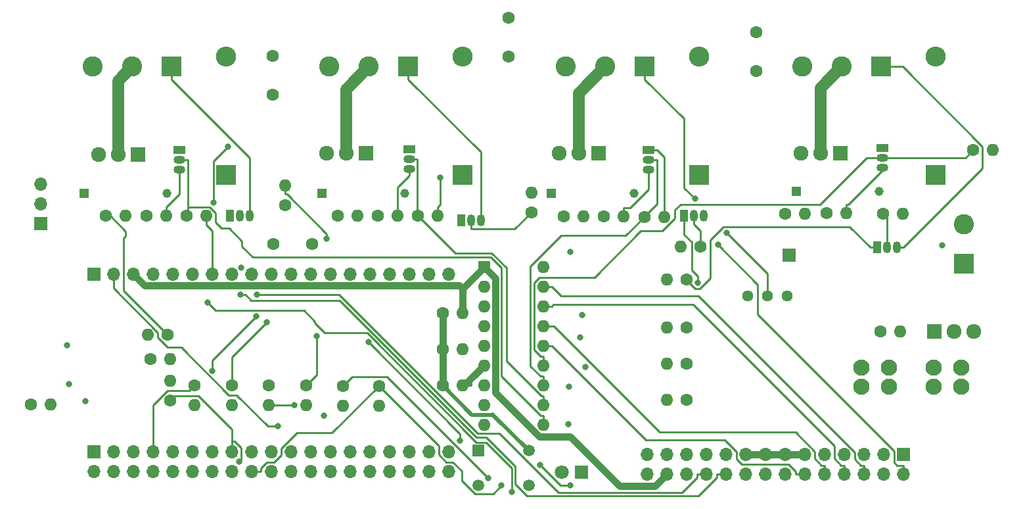
<source format=gbr>
%TF.GenerationSoftware,KiCad,Pcbnew,7.0.1*%
%TF.CreationDate,2023-06-01T20:04:05-07:00*%
%TF.ProjectId,MakeItRain,4d616b65-4974-4526-9169-6e2e6b696361,rev?*%
%TF.SameCoordinates,Original*%
%TF.FileFunction,Copper,L3,Inr*%
%TF.FilePolarity,Positive*%
%FSLAX46Y46*%
G04 Gerber Fmt 4.6, Leading zero omitted, Abs format (unit mm)*
G04 Created by KiCad (PCBNEW 7.0.1) date 2023-06-01 20:04:05*
%MOMM*%
%LPD*%
G01*
G04 APERTURE LIST*
%TA.AperFunction,ComponentPad*%
%ADD10C,1.600000*%
%TD*%
%TA.AperFunction,ComponentPad*%
%ADD11R,2.600000X2.600000*%
%TD*%
%TA.AperFunction,ComponentPad*%
%ADD12O,2.600000X2.600000*%
%TD*%
%TA.AperFunction,ComponentPad*%
%ADD13R,1.800000X1.800000*%
%TD*%
%TA.AperFunction,ComponentPad*%
%ADD14C,1.800000*%
%TD*%
%TA.AperFunction,ComponentPad*%
%ADD15R,1.700000X1.700000*%
%TD*%
%TA.AperFunction,ComponentPad*%
%ADD16O,1.700000X1.700000*%
%TD*%
%TA.AperFunction,ComponentPad*%
%ADD17C,2.600000*%
%TD*%
%TA.AperFunction,ComponentPad*%
%ADD18R,1.920000X1.920000*%
%TD*%
%TA.AperFunction,ComponentPad*%
%ADD19C,1.920000*%
%TD*%
%TA.AperFunction,ComponentPad*%
%ADD20R,1.150000X1.150000*%
%TD*%
%TA.AperFunction,ComponentPad*%
%ADD21C,1.150000*%
%TD*%
%TA.AperFunction,ComponentPad*%
%ADD22O,1.600000X1.600000*%
%TD*%
%TA.AperFunction,ComponentPad*%
%ADD23R,1.500000X1.050000*%
%TD*%
%TA.AperFunction,ComponentPad*%
%ADD24O,1.500000X1.050000*%
%TD*%
%TA.AperFunction,ComponentPad*%
%ADD25C,1.440000*%
%TD*%
%TA.AperFunction,ComponentPad*%
%ADD26R,1.050000X1.500000*%
%TD*%
%TA.AperFunction,ComponentPad*%
%ADD27O,1.050000X1.500000*%
%TD*%
%TA.AperFunction,ComponentPad*%
%ADD28R,1.600000X1.600000*%
%TD*%
%TA.AperFunction,ComponentPad*%
%ADD29R,1.500000X1.500000*%
%TD*%
%TA.AperFunction,ComponentPad*%
%ADD30C,1.500000*%
%TD*%
%TA.AperFunction,ComponentPad*%
%ADD31C,2.100000*%
%TD*%
%TA.AperFunction,ViaPad*%
%ADD32C,0.800000*%
%TD*%
%TA.AperFunction,Conductor*%
%ADD33C,0.250000*%
%TD*%
%TA.AperFunction,Conductor*%
%ADD34C,1.524000*%
%TD*%
%TA.AperFunction,Conductor*%
%ADD35C,0.889000*%
%TD*%
%TA.AperFunction,Conductor*%
%ADD36C,0.508000*%
%TD*%
G04 APERTURE END LIST*
D10*
%TO.N,/InputIsolation/2in*%
%TO.C,C2*%
X89109000Y-69659700D03*
%TO.N,GND*%
X89109000Y-74659700D03*
%TD*%
%TO.N,/InputIsolation/3in*%
%TO.C,C3*%
X119449600Y-64825000D03*
%TO.N,GND*%
X119449600Y-69825000D03*
%TD*%
%TO.N,/InputIsolation/4in*%
%TO.C,C4*%
X151357900Y-66638300D03*
%TO.N,GND*%
X151357900Y-71638300D03*
%TD*%
D11*
%TO.N,/Zone1IO/ZoneOutput*%
%TO.C,D3*%
X83061000Y-85060000D03*
D12*
%TO.N,GND*%
X83061000Y-69820000D03*
%TD*%
D11*
%TO.N,/Zone2IO/ZoneOutput*%
%TO.C,D5*%
X113541000Y-85060000D03*
D12*
%TO.N,GND*%
X113541000Y-69820000D03*
%TD*%
D11*
%TO.N,/Zone4IO/ZoneOutput*%
%TO.C,D7*%
X174501000Y-85060000D03*
D12*
%TO.N,GND*%
X174501000Y-69820000D03*
%TD*%
D11*
%TO.N,/Zone3IO/ZoneOutput*%
%TO.C,D9*%
X144021000Y-85060000D03*
D12*
%TO.N,GND*%
X144021000Y-69820000D03*
%TD*%
D13*
%TO.N,Net-(D1-K)*%
%TO.C,D1*%
X128872900Y-123268200D03*
D14*
%TO.N,D27*%
X126332900Y-123268200D03*
%TD*%
D15*
%TO.N,+3V3*%
%TO.C,J2*%
X66040000Y-120650000D03*
D16*
X66040000Y-123190000D03*
%TO.N,EN*%
X68580000Y-120650000D03*
X68580000Y-123190000D03*
%TO.N,D36*%
X71120000Y-120650000D03*
X71120000Y-123190000D03*
%TO.N,D39*%
X73660000Y-120650000D03*
X73660000Y-123190000D03*
%TO.N,D34*%
X76200000Y-120650000D03*
X76200000Y-123190000D03*
%TO.N,D35*%
X78740000Y-120650000D03*
X78740000Y-123190000D03*
%TO.N,D32*%
X81280000Y-120650000D03*
X81280000Y-123190000D03*
%TO.N,D33*%
X83820000Y-120650000D03*
X83820000Y-123190000D03*
%TO.N,D25*%
X86360000Y-120650000D03*
X86360000Y-123190000D03*
%TO.N,D26*%
X88900000Y-120650000D03*
X88900000Y-123190000D03*
%TO.N,D27*%
X91440000Y-120650000D03*
X91440000Y-123190000D03*
%TO.N,D14*%
X93980000Y-120650000D03*
X93980000Y-123190000D03*
%TO.N,D12*%
X96520000Y-120650000D03*
X96520000Y-123190000D03*
%TO.N,GND*%
X99060000Y-120650000D03*
X99060000Y-123190000D03*
%TO.N,unconnected-(J2-Pin_29-Pad29)*%
X101600000Y-120650000D03*
%TO.N,unconnected-(J2-Pin_30-Pad30)*%
X101600000Y-123190000D03*
%TO.N,unconnected-(J2-Pin_31-Pad31)*%
X104140000Y-120650000D03*
%TO.N,unconnected-(J2-Pin_32-Pad32)*%
X104140000Y-123190000D03*
%TO.N,unconnected-(J2-Pin_33-Pad33)*%
X106680000Y-120650000D03*
%TO.N,unconnected-(J2-Pin_34-Pad34)*%
X106680000Y-123190000D03*
%TO.N,unconnected-(J2-Pin_35-Pad35)*%
X109220000Y-120650000D03*
%TO.N,unconnected-(J2-Pin_36-Pad36)*%
X109220000Y-123190000D03*
%TO.N,Net-(J2-Pin_37)*%
X111760000Y-120650000D03*
X111760000Y-123190000D03*
%TD*%
D15*
%TO.N,GND*%
%TO.C,J3*%
X66040000Y-97790000D03*
D16*
%TO.N,D23*%
X68580000Y-97790000D03*
%TO.N,D22*%
X71120000Y-97790000D03*
%TO.N,TX*%
X73660000Y-97790000D03*
%TO.N,RX*%
X76200000Y-97790000D03*
%TO.N,D21*%
X78740000Y-97790000D03*
%TO.N,GND*%
X81280000Y-97790000D03*
%TO.N,D19*%
X83820000Y-97790000D03*
%TO.N,D18*%
X86360000Y-97790000D03*
%TO.N,D5*%
X88900000Y-97790000D03*
%TO.N,D17*%
X91440000Y-97790000D03*
%TO.N,D16*%
X93980000Y-97790000D03*
%TO.N,D4*%
X96520000Y-97790000D03*
%TO.N,D0*%
X99060000Y-97790000D03*
%TO.N,D2*%
X101600000Y-97790000D03*
%TO.N,D15*%
X104140000Y-97790000D03*
%TO.N,/SD1*%
X106680000Y-97790000D03*
%TO.N,/SDD*%
X109220000Y-97790000D03*
%TO.N,/CLK*%
X111760000Y-97790000D03*
%TD*%
D11*
%TO.N,Net-(P1-Pin_1)*%
%TO.C,P1*%
X178125700Y-96457800D03*
D17*
%TO.N,GND*%
X178125700Y-91377800D03*
%TD*%
D18*
%TO.N,Net-(Q3-Pad1)*%
%TO.C,Q3*%
X71689700Y-82379600D03*
D19*
%TO.N,/Zone1IO/ZoneOutput*%
X69149700Y-82379600D03*
%TO.N,+VDC*%
X66609700Y-82379600D03*
%TD*%
D18*
%TO.N,Net-(Q6-Pad1)*%
%TO.C,Q6*%
X101108600Y-82267600D03*
D19*
%TO.N,/Zone2IO/ZoneOutput*%
X98568600Y-82267600D03*
%TO.N,+VDC*%
X96028600Y-82267600D03*
%TD*%
D18*
%TO.N,Net-(Q9-Pad1)*%
%TO.C,Q9*%
X131085700Y-82267600D03*
D19*
%TO.N,/Zone3IO/ZoneOutput*%
X128545700Y-82267600D03*
%TO.N,+VDC*%
X126005700Y-82267600D03*
%TD*%
D18*
%TO.N,Net-(Q12-Pad1)*%
%TO.C,Q12*%
X162229200Y-82267600D03*
D19*
%TO.N,/Zone4IO/ZoneOutput*%
X159689200Y-82267600D03*
%TO.N,+VDC*%
X157149200Y-82267600D03*
%TD*%
D18*
%TO.N,Net-(Q13-Pad1)*%
%TO.C,Q13*%
X174341600Y-105164100D03*
D19*
%TO.N,Net-(P1-Pin_1)*%
X176881600Y-105164100D03*
%TO.N,Net-(Q13-Pad3)*%
X179421600Y-105164100D03*
%TD*%
D11*
%TO.N,/InputIsolation/2in*%
%TO.C,Z2*%
X106556000Y-71090000D03*
D17*
%TO.N,/Zone2IO/ZoneOutput*%
X101476000Y-71090000D03*
%TO.N,GND*%
X96396000Y-71090000D03*
%TD*%
D11*
%TO.N,/InputIsolation/3in*%
%TO.C,Z3*%
X137036000Y-71090000D03*
D17*
%TO.N,/Zone3IO/ZoneOutput*%
X131956000Y-71090000D03*
%TO.N,GND*%
X126876000Y-71090000D03*
%TD*%
D11*
%TO.N,/InputIsolation/4in*%
%TO.C,Z4*%
X167516000Y-71090000D03*
D17*
%TO.N,/Zone4IO/ZoneOutput*%
X162436000Y-71090000D03*
%TO.N,GND*%
X157356000Y-71090000D03*
%TD*%
D11*
%TO.N,/InputIsolation/1in*%
%TO.C,Z1*%
X76076000Y-71090000D03*
D17*
%TO.N,/Zone1IO/ZoneOutput*%
X70996000Y-71090000D03*
%TO.N,GND*%
X65916000Y-71090000D03*
%TD*%
D15*
%TO.N,+VDC*%
%TO.C,J1*%
X170349000Y-121042300D03*
D16*
%TO.N,TX*%
X170349000Y-123582300D03*
%TO.N,+VDC*%
X167809000Y-121042300D03*
%TO.N,RX*%
X167809000Y-123582300D03*
%TO.N,+VDC*%
X165269000Y-121042300D03*
%TO.N,Z8*%
X165269000Y-123582300D03*
%TO.N,+VDC*%
X162729000Y-121042300D03*
%TO.N,Z7*%
X162729000Y-123582300D03*
%TO.N,+VDC*%
X160189000Y-121042300D03*
%TO.N,Z6*%
X160189000Y-123582300D03*
%TO.N,+3V3*%
X157649000Y-121042300D03*
%TO.N,Z5*%
X157649000Y-123582300D03*
%TO.N,+3V3*%
X155109000Y-121042300D03*
%TO.N,D26*%
X155109000Y-123582300D03*
%TO.N,+3V3*%
X152569000Y-121042300D03*
%TO.N,D23*%
X152569000Y-123582300D03*
%TO.N,+3V3*%
X150029000Y-121042300D03*
%TO.N,D19*%
X150029000Y-123582300D03*
%TO.N,GND*%
X147489000Y-121042300D03*
%TO.N,D18*%
X147489000Y-123582300D03*
%TO.N,GND*%
X144949000Y-121042300D03*
%TO.N,D17*%
X144949000Y-123582300D03*
%TO.N,GND*%
X142409000Y-121042300D03*
%TO.N,D16*%
X142409000Y-123582300D03*
%TO.N,GND*%
X139869000Y-121042300D03*
%TO.N,D22*%
X139869000Y-123582300D03*
%TO.N,GND*%
X137329000Y-121042300D03*
%TO.N,D21*%
X137329000Y-123582300D03*
%TD*%
D20*
%TO.N,+VDC*%
%TO.C,Z5*%
X64792500Y-87395400D03*
D21*
%TO.N,Net-(Q3-Pad1)*%
X75492500Y-87395400D03*
%TD*%
D20*
%TO.N,+VDC*%
%TO.C,Z6*%
X95418500Y-87436000D03*
D21*
%TO.N,Net-(Q6-Pad1)*%
X106118500Y-87436000D03*
%TD*%
D20*
%TO.N,+VDC*%
%TO.C,Z8*%
X156564300Y-87104200D03*
D21*
%TO.N,Net-(Q12-Pad1)*%
X167264300Y-87104200D03*
%TD*%
D10*
%TO.N,+VDC*%
%TO.C,R23*%
X75572300Y-105627200D03*
D22*
%TO.N,Net-(IC1-+IN_A)*%
X73032300Y-105627200D03*
%TD*%
D10*
%TO.N,D36*%
%TO.C,R31*%
X83822200Y-112140600D03*
D22*
%TO.N,GND*%
X83822200Y-114680600D03*
%TD*%
D10*
%TO.N,Net-(Q9-Pad1)*%
%TO.C,R16*%
X131777400Y-90385900D03*
D22*
%TO.N,Net-(Q8-D)*%
X134317400Y-90385900D03*
%TD*%
D23*
%TO.N,GND*%
%TO.C,Q2*%
X77074800Y-81816600D03*
D24*
%TO.N,Z1*%
X77074800Y-83086600D03*
%TO.N,Net-(Q2-D)*%
X77074800Y-84356600D03*
%TD*%
D10*
%TO.N,Net-(IC1-+IN_A)*%
%TO.C,R24*%
X73376700Y-108765100D03*
D22*
%TO.N,GND*%
X75916700Y-108765100D03*
%TD*%
D25*
%TO.N,AuxVoltage*%
%TO.C,RV1*%
X150281700Y-100622000D03*
%TO.N,Net-(IC1-+INB)*%
X152821700Y-100622000D03*
%TO.N,GND*%
X155361700Y-100622000D03*
%TD*%
D15*
%TO.N,AuxVoltage*%
%TO.C,J4*%
X155598900Y-95333800D03*
%TD*%
D26*
%TO.N,Net-(Q17-D)*%
%TO.C,Q17*%
X166969300Y-94364700D03*
D27*
%TO.N,Net-(Q17-G)*%
X168239300Y-94364700D03*
%TO.N,/InputIsolation/4in*%
X169509300Y-94364700D03*
%TD*%
D10*
%TO.N,+VDC*%
%TO.C,R15*%
X126614500Y-90392400D03*
D22*
%TO.N,Net-(Q9-Pad1)*%
X129154500Y-90392400D03*
%TD*%
D10*
%TO.N,Net-(Q17-D)*%
%TO.C,R42*%
X142407900Y-98464700D03*
D22*
%TO.N,Net-(IC2-A_4)*%
X139867900Y-98464700D03*
%TD*%
D15*
%TO.N,+VDC*%
%TO.C,J5*%
X59207700Y-91310200D03*
D16*
%TO.N,+3V3*%
X59207700Y-88770200D03*
%TO.N,GND*%
X59207700Y-86230200D03*
%TD*%
D10*
%TO.N,Net-(D1-K)*%
%TO.C,R4*%
X98113700Y-112207200D03*
D22*
%TO.N,GND*%
X98113700Y-114747200D03*
%TD*%
D10*
%TO.N,Z4*%
%TO.C,R18*%
X179350700Y-81833100D03*
D22*
%TO.N,GND*%
X181890700Y-81833100D03*
%TD*%
D10*
%TO.N,Net-(Q16-D)*%
%TO.C,R29*%
X142407900Y-104638100D03*
D22*
%TO.N,Net-(IC2-A_3)*%
X139867900Y-104638100D03*
%TD*%
D26*
%TO.N,Net-(Q15-D)*%
%TO.C,Q15*%
X113342900Y-90892300D03*
D27*
%TO.N,Net-(Q15-G)*%
X114612900Y-90892300D03*
%TO.N,/InputIsolation/2in*%
X115882900Y-90892300D03*
%TD*%
D10*
%TO.N,D33*%
%TO.C,R25*%
X75859900Y-114068500D03*
D22*
%TO.N,GND*%
X75859900Y-111528500D03*
%TD*%
D10*
%TO.N,Net-(Q14-D)*%
%TO.C,R40*%
X142407900Y-113984100D03*
D22*
%TO.N,Net-(IC2-A_1)*%
X139867900Y-113984100D03*
%TD*%
D10*
%TO.N,D35*%
%TO.C,R33*%
X93402900Y-112140600D03*
D22*
%TO.N,GND*%
X93402900Y-114680600D03*
%TD*%
D10*
%TO.N,Z3*%
%TO.C,R14*%
X136973400Y-90405200D03*
D22*
%TO.N,GND*%
X139513400Y-90405200D03*
%TD*%
D23*
%TO.N,GND*%
%TO.C,Q11*%
X167687500Y-81543000D03*
D24*
%TO.N,Z4*%
X167687500Y-82813000D03*
%TO.N,Net-(Q11-D)*%
X167687500Y-84083000D03*
%TD*%
D10*
%TO.N,Net-(Q15-D)*%
%TO.C,R27*%
X142407900Y-109312000D03*
D22*
%TO.N,Net-(IC2-A_2)*%
X139867900Y-109312000D03*
%TD*%
D28*
%TO.N,D22*%
%TO.C,U1*%
X116307900Y-96853800D03*
D22*
%TO.N,D21*%
X116307900Y-99393800D03*
%TO.N,GND*%
X116307900Y-101933800D03*
X116307900Y-104473800D03*
X116307900Y-107013800D03*
%TO.N,Net-(U1-~{RESET})*%
X116307900Y-109553800D03*
%TO.N,unconnected-(U1-NC-Pad7)*%
X116307900Y-112093800D03*
%TO.N,unconnected-(U1-INT-Pad8)*%
X116307900Y-114633800D03*
%TO.N,GND*%
X116307900Y-117173800D03*
%TO.N,Z1*%
X123927900Y-117173800D03*
%TO.N,Z2*%
X123927900Y-114633800D03*
%TO.N,Z3*%
X123927900Y-112093800D03*
%TO.N,Z4*%
X123927900Y-109553800D03*
%TO.N,Z5*%
X123927900Y-107013800D03*
%TO.N,Z6*%
X123927900Y-104473800D03*
%TO.N,Z7*%
X123927900Y-101933800D03*
%TO.N,Z8*%
X123927900Y-99393800D03*
%TO.N,+3V3*%
X123927900Y-96853800D03*
%TD*%
D29*
%TO.N,unconnected-(S1-NO_1-Pad1)*%
%TO.C,S1*%
X115616200Y-120523800D03*
D30*
%TO.N,+3V3*%
X122116200Y-120523800D03*
%TO.N,unconnected-(S1-COM_1-Pad3)*%
X115616200Y-125023800D03*
%TO.N,D25*%
X122116200Y-125023800D03*
%TD*%
D10*
%TO.N,Net-(Q14-G)*%
%TO.C,R39*%
X90678000Y-88920900D03*
D22*
%TO.N,GND*%
X90678000Y-86380900D03*
%TD*%
D26*
%TO.N,Net-(Q14-D)*%
%TO.C,Q14*%
X83603600Y-90279500D03*
D27*
%TO.N,Net-(Q14-G)*%
X84873600Y-90279500D03*
%TO.N,/InputIsolation/1in*%
X86143600Y-90279500D03*
%TD*%
D10*
%TO.N,Z1*%
%TO.C,R6*%
X77976900Y-90313600D03*
D22*
%TO.N,GND*%
X80516900Y-90313600D03*
%TD*%
D10*
%TO.N,+VDC*%
%TO.C,R11*%
X97428100Y-90313600D03*
D22*
%TO.N,Net-(Q6-Pad1)*%
X99968100Y-90313600D03*
%TD*%
D10*
%TO.N,+VDC*%
%TO.C,R7*%
X67592100Y-90313600D03*
D22*
%TO.N,Net-(Q3-Pad1)*%
X70132100Y-90313600D03*
%TD*%
D10*
%TO.N,+3V3*%
%TO.C,R37*%
X110974300Y-107478900D03*
D22*
%TO.N,D21*%
X113514300Y-107478900D03*
%TD*%
D31*
%TO.N,+VDC*%
%TO.C,U2*%
X164978400Y-112300500D03*
X168478400Y-112300500D03*
%TO.N,Net-(Q13-Pad3)*%
X174278400Y-112300500D03*
X177778400Y-112300500D03*
X177778400Y-109800500D03*
X174278400Y-109800500D03*
%TO.N,+VDC*%
X168478400Y-109800500D03*
X164978400Y-109800500D03*
%TD*%
D10*
%TO.N,Net-(Q15-G)*%
%TO.C,R26*%
X122404600Y-89835700D03*
D22*
%TO.N,GND*%
X122404600Y-87295700D03*
%TD*%
D10*
%TO.N,+3V3*%
%TO.C,R36*%
X110974300Y-112149500D03*
D22*
%TO.N,Net-(U1-~{RESET})*%
X113514300Y-112149500D03*
%TD*%
D10*
%TO.N,Net-(Q3-Pad1)*%
%TO.C,R8*%
X72798600Y-90313600D03*
D22*
%TO.N,Net-(Q2-D)*%
X75338600Y-90313600D03*
%TD*%
D23*
%TO.N,GND*%
%TO.C,Q8*%
X137542600Y-81822900D03*
D24*
%TO.N,Z3*%
X137542600Y-83092900D03*
%TO.N,Net-(Q8-D)*%
X137542600Y-84362900D03*
%TD*%
D23*
%TO.N,GND*%
%TO.C,Q5*%
X106673400Y-81749200D03*
D24*
%TO.N,Z2*%
X106673400Y-83019200D03*
%TO.N,Net-(Q5-D)*%
X106673400Y-84289200D03*
%TD*%
D10*
%TO.N,Net-(Q17-G)*%
%TO.C,R41*%
X167722300Y-90027800D03*
D22*
%TO.N,GND*%
X170262300Y-90027800D03*
%TD*%
D10*
%TO.N,Net-(Q13-Pad1)*%
%TO.C,R21*%
X167425100Y-105167700D03*
D22*
%TO.N,GND*%
X169965100Y-105167700D03*
%TD*%
D10*
%TO.N,/InputIsolation/1in*%
%TO.C,C1*%
X89195800Y-93955100D03*
%TO.N,GND*%
X94195800Y-93955100D03*
%TD*%
%TO.N,D25*%
%TO.C,R3*%
X102762800Y-112161900D03*
D22*
%TO.N,GND*%
X102762800Y-114701900D03*
%TD*%
D10*
%TO.N,D39*%
%TO.C,R30*%
X79031800Y-112140600D03*
D22*
%TO.N,GND*%
X79031800Y-114680600D03*
%TD*%
D10*
%TO.N,Net-(Q6-Pad1)*%
%TO.C,R12*%
X102602700Y-90291400D03*
D22*
%TO.N,Net-(Q5-D)*%
X105142700Y-90291400D03*
%TD*%
D10*
%TO.N,Net-(Q16-G)*%
%TO.C,R28*%
X144200900Y-94255400D03*
D22*
%TO.N,GND*%
X141660900Y-94255400D03*
%TD*%
D10*
%TO.N,Net-(Q12-Pad1)*%
%TO.C,R20*%
X160459300Y-89971000D03*
D22*
%TO.N,Net-(Q11-D)*%
X162999300Y-89971000D03*
%TD*%
D10*
%TO.N,+VDC*%
%TO.C,R19*%
X155096800Y-90020800D03*
D22*
%TO.N,Net-(Q12-Pad1)*%
X157636800Y-90020800D03*
%TD*%
D10*
%TO.N,Z2*%
%TO.C,R10*%
X107804100Y-90285900D03*
D22*
%TO.N,GND*%
X110344100Y-90285900D03*
%TD*%
D10*
%TO.N,D34*%
%TO.C,R32*%
X88612600Y-112140600D03*
D22*
%TO.N,GND*%
X88612600Y-114680600D03*
%TD*%
D20*
%TO.N,+VDC*%
%TO.C,Z7*%
X124968600Y-87436000D03*
D21*
%TO.N,Net-(Q9-Pad1)*%
X135668600Y-87436000D03*
%TD*%
D10*
%TO.N,+3V3*%
%TO.C,R38*%
X110974300Y-102808300D03*
D22*
%TO.N,D22*%
X113514300Y-102808300D03*
%TD*%
D10*
%TO.N,D32*%
%TO.C,R34*%
X57889400Y-114568900D03*
D22*
%TO.N,GND*%
X60429400Y-114568900D03*
%TD*%
D26*
%TO.N,Net-(Q16-D)*%
%TO.C,Q16*%
X142102800Y-90291000D03*
D27*
%TO.N,Net-(Q16-G)*%
X143372800Y-90291000D03*
%TO.N,/InputIsolation/3in*%
X144642800Y-90291000D03*
%TD*%
D32*
%TO.N,GND*%
X129390000Y-109740000D03*
X110681000Y-85364200D03*
X83300600Y-81350100D03*
X81460100Y-88612300D03*
X91871500Y-114680600D03*
X96062800Y-93214800D03*
X175398000Y-94105800D03*
%TO.N,+3V3*%
X64952200Y-114151600D03*
%TO.N,Net-(Q14-D)*%
X85031000Y-96930500D03*
%TO.N,/InputIsolation/3in*%
X143499500Y-88098900D03*
%TO.N,D39*%
X127444600Y-94963500D03*
X81309600Y-110235600D03*
X86992000Y-103236800D03*
%TO.N,Net-(Q16-D)*%
X143833900Y-98940900D03*
%TO.N,D36*%
X88320900Y-103977000D03*
X128993000Y-103059000D03*
%TO.N,D23*%
X89762800Y-117396000D03*
%TO.N,D19*%
X80741100Y-101478000D03*
X119870000Y-125819000D03*
%TO.N,Net-(IC1-+INB)*%
X62580600Y-106960000D03*
X147554000Y-92434500D03*
%TO.N,D18*%
X84955500Y-100441000D03*
%TO.N,D35*%
X94763800Y-105802900D03*
X128735300Y-105938600D03*
%TO.N,D32*%
X62842900Y-111931000D03*
%TO.N,TX*%
X146448000Y-94037500D03*
%TO.N,D34*%
X127222690Y-117120863D03*
X127240596Y-112303811D03*
X95682871Y-116052931D03*
%TO.N,D17*%
X87086200Y-100467000D03*
%TO.N,D16*%
X127416000Y-125023000D03*
X113240000Y-119240000D03*
X123531000Y-122380000D03*
X101409000Y-106528000D03*
%TO.N,Net-(D1-K)*%
X116821000Y-124038000D03*
%TO.N,D33*%
X84764700Y-121920000D03*
%TO.N,D25*%
X118582000Y-125024000D03*
%TD*%
D33*
%TO.N,GND*%
X83300600Y-81350100D02*
X81435800Y-83214900D01*
X90678000Y-86380900D02*
X90678000Y-87506000D01*
X110344100Y-89442000D02*
X110344100Y-90285900D01*
X110344000Y-89441900D02*
X110344100Y-89442000D01*
X110681000Y-85364200D02*
X110681000Y-88823500D01*
X90959300Y-87506000D02*
X96062800Y-92609500D01*
X139513000Y-89340700D02*
X139513000Y-89695500D01*
X80516900Y-90313600D02*
X80516900Y-91438700D01*
X81435800Y-83214900D02*
X81435800Y-88588000D01*
X88612600Y-114680600D02*
X91871500Y-114680600D01*
X110344000Y-89160600D02*
X110344000Y-89441900D01*
X90678000Y-87506000D02*
X90959300Y-87506000D01*
X137543000Y-81822900D02*
X138618000Y-81822900D01*
X81280000Y-92201800D02*
X81280000Y-97790000D01*
X96062800Y-92609500D02*
X96062800Y-93214800D01*
X139513400Y-89341100D02*
X139513400Y-90405200D01*
X110344000Y-89441900D02*
X110344000Y-89723200D01*
X139513000Y-89340700D02*
X139513400Y-89341100D01*
X81435800Y-88588000D02*
X81460100Y-88612300D01*
X110681000Y-88823500D02*
X110344000Y-89160600D01*
X138618000Y-81822900D02*
X139513000Y-82718400D01*
X80516900Y-91438700D02*
X81280000Y-92201800D01*
X139513000Y-82718400D02*
X139513000Y-89340700D01*
%TO.N,+VDC*%
X69903700Y-93173800D02*
X70152000Y-92925500D01*
X75572300Y-105627000D02*
X69903700Y-99958600D01*
X70152000Y-92324700D02*
X68140900Y-90313600D01*
X69903700Y-99958600D02*
X69903700Y-93173800D01*
X70152000Y-92925500D02*
X70152000Y-92324700D01*
D34*
%TO.N,/Zone1IO/ZoneOutput*%
X69149700Y-72936300D02*
X70996000Y-71090000D01*
X69149700Y-82379600D02*
X69149700Y-72936300D01*
%TO.N,/Zone2IO/ZoneOutput*%
X98568600Y-73997400D02*
X101476000Y-71090000D01*
X98568600Y-82267600D02*
X98568600Y-73997400D01*
%TO.N,/Zone4IO/ZoneOutput*%
X159689000Y-81740800D02*
X159689000Y-81214100D01*
X159689000Y-73836800D02*
X162436000Y-71090000D01*
X159689000Y-80160200D02*
X159689000Y-80160000D01*
D33*
X159689000Y-80160200D02*
X159689000Y-81213900D01*
D34*
X159689000Y-81213900D02*
X159689000Y-80160200D01*
D33*
X159689000Y-78052400D02*
X159689000Y-80160000D01*
D34*
X159689000Y-82004200D02*
X159689000Y-81872500D01*
X159689000Y-80160000D02*
X159689000Y-78052400D01*
D33*
X159689000Y-78052200D02*
X159689000Y-78052400D01*
D34*
X159689000Y-81214100D02*
X159689000Y-81213900D01*
X159689000Y-78052200D02*
X159689000Y-73836800D01*
X159689000Y-81872500D02*
X159689000Y-81740800D01*
X159689000Y-78052400D02*
X159689000Y-78052200D01*
D33*
X159689000Y-81213900D02*
X159689000Y-81214100D01*
X159689000Y-80160000D02*
X159689000Y-80160200D01*
X159689000Y-81214100D02*
X159689000Y-81740800D01*
D34*
%TO.N,/Zone3IO/ZoneOutput*%
X128546000Y-82146300D02*
X128546000Y-81964300D01*
D33*
X128546000Y-81296900D02*
X128546000Y-81297200D01*
X128546000Y-81297200D02*
X128546000Y-81782400D01*
D34*
X128546000Y-81964300D02*
X128546000Y-81782400D01*
D33*
X128546000Y-78383900D02*
X128546000Y-78384200D01*
X128546000Y-80326200D02*
X128546000Y-81296900D01*
D34*
X128546000Y-80325900D02*
X128546000Y-78384200D01*
D33*
X128546000Y-80325900D02*
X128546000Y-80326200D01*
D34*
X128546000Y-78383900D02*
X128546000Y-74500300D01*
X128546000Y-78384200D02*
X128546000Y-78383900D01*
X128546000Y-74500300D02*
X131956000Y-71090000D01*
X128546000Y-81782400D02*
X128546000Y-81297200D01*
D33*
X128546000Y-78384200D02*
X128546000Y-80325900D01*
D34*
X128546000Y-81296900D02*
X128546000Y-80326200D01*
X128546000Y-80326200D02*
X128546000Y-80325900D01*
X128546000Y-81297200D02*
X128546000Y-81296900D01*
D35*
%TO.N,+3V3*%
X110974000Y-111516000D02*
X110974300Y-111516300D01*
X110974000Y-112150000D02*
X110974000Y-111516000D01*
X157648700Y-121042000D02*
X155109200Y-121042000D01*
D36*
X117419000Y-115888000D02*
X117450000Y-115857000D01*
D35*
X110974000Y-109275400D02*
X110974300Y-109275100D01*
D36*
X117480000Y-115888000D02*
X122116000Y-120524000D01*
D35*
X110974300Y-109275100D02*
X110974300Y-107478900D01*
D33*
X110974000Y-110395500D02*
X110974300Y-110395800D01*
D35*
X155109200Y-121042000D02*
X152569300Y-121042000D01*
X110974000Y-107034900D02*
X110974300Y-107034600D01*
X110974300Y-107034600D02*
X110974300Y-102808300D01*
X110974000Y-111516000D02*
X110974000Y-109275400D01*
D33*
X110974000Y-102809000D02*
X110974000Y-107035000D01*
D35*
X110974000Y-107034900D02*
X110974000Y-102808000D01*
D36*
X114713000Y-115888000D02*
X117419000Y-115888000D01*
X117419000Y-115888000D02*
X117480000Y-115888000D01*
D35*
X110974300Y-111516300D02*
X110974300Y-112149500D01*
X152569300Y-121042000D02*
X150029300Y-121042000D01*
X110974000Y-109275400D02*
X110974000Y-107034900D01*
D33*
X110974300Y-110395800D02*
X110974300Y-112149500D01*
D36*
X110975000Y-112150000D02*
X114713000Y-115888000D01*
D33*
%TO.N,/InputIsolation/1in*%
X76076000Y-72715100D02*
X86143600Y-82782700D01*
X76076000Y-71090000D02*
X76076000Y-72715100D01*
X86143600Y-82782700D02*
X86143600Y-90279500D01*
%TO.N,/InputIsolation/2in*%
X115882900Y-90892300D02*
X115882900Y-82042000D01*
X106556000Y-71090000D02*
X106556000Y-72715100D01*
X115882900Y-82042000D02*
X106556000Y-72715100D01*
%TO.N,/InputIsolation/3in*%
X142077300Y-86676700D02*
X142077300Y-77756400D01*
X142077300Y-77756400D02*
X137036000Y-72715100D01*
X137036000Y-71090000D02*
X137036000Y-72715100D01*
X143499500Y-88098900D02*
X142077300Y-86676700D01*
%TO.N,D39*%
X78373900Y-112798500D02*
X79031800Y-112140600D01*
X73660000Y-120650000D02*
X73660000Y-114677200D01*
X81309600Y-110235600D02*
X81309600Y-108919200D01*
X81309600Y-108919200D02*
X86992000Y-103236800D01*
X73660000Y-114677200D02*
X75538700Y-112798500D01*
X75538700Y-112798500D02*
X78373900Y-112798500D01*
%TO.N,Net-(Q15-G)*%
X114612900Y-91967400D02*
X120272900Y-91967400D01*
X114612900Y-90892300D02*
X114612900Y-91967400D01*
X120272900Y-91967400D02*
X122404600Y-89835700D01*
%TO.N,Net-(Q16-D)*%
X143075700Y-93683300D02*
X143075700Y-97339500D01*
X142102800Y-92710400D02*
X143075700Y-93683300D01*
X143833900Y-98097700D02*
X143833900Y-98940900D01*
X143075700Y-97339500D02*
X143833900Y-98097700D01*
X142102800Y-90291000D02*
X142102800Y-92710400D01*
%TO.N,Net-(Q16-G)*%
X143372800Y-91366100D02*
X144200900Y-92194200D01*
X144200900Y-92194200D02*
X144200900Y-94255400D01*
X143372800Y-90291000D02*
X143372800Y-91366100D01*
%TO.N,D36*%
X83822200Y-112140600D02*
X83822200Y-108475700D01*
X83822200Y-108475700D02*
X88320900Y-103977000D01*
%TO.N,D23*%
X74302300Y-105306000D02*
X74302300Y-105971000D01*
X68580000Y-99583800D02*
X74302300Y-105306000D01*
X77278500Y-107249000D02*
X83440000Y-113411000D01*
X68580000Y-97790000D02*
X68580000Y-99583800D01*
X84467800Y-113411000D02*
X88453600Y-117396000D01*
X83440000Y-113411000D02*
X84467800Y-113411000D01*
X88453600Y-117396000D02*
X89762800Y-117396000D01*
X75580200Y-107249000D02*
X77278500Y-107249000D01*
X74302300Y-105971000D02*
X75580200Y-107249000D01*
%TO.N,D19*%
X94546000Y-104108000D02*
X94546000Y-103898000D01*
X81756900Y-102494000D02*
X80741100Y-101478000D01*
X116565000Y-119449000D02*
X115355000Y-119449000D01*
X115355000Y-119449000D02*
X101259000Y-105353000D01*
X119870000Y-122753000D02*
X116565000Y-119449000D01*
X95790800Y-105353000D02*
X94546000Y-104108000D01*
X94546000Y-103898000D02*
X93142100Y-102494000D01*
X93142100Y-102494000D02*
X81756900Y-102494000D01*
X119870000Y-125819000D02*
X119870000Y-122753000D01*
X101259000Y-105353000D02*
X95790800Y-105353000D01*
%TO.N,Net-(IC1-+INB)*%
X152821700Y-99162400D02*
X152821700Y-100622000D01*
X152822000Y-99162100D02*
X152822000Y-97702300D01*
X152822000Y-97702300D02*
X147554000Y-92434500D01*
X152822000Y-99162100D02*
X152821700Y-99162400D01*
X152822000Y-100622000D02*
X152822000Y-99162100D01*
%TO.N,D18*%
X120348000Y-124810000D02*
X120348000Y-122544000D01*
X97739600Y-101197000D02*
X86332800Y-101197000D01*
X121886000Y-126348000D02*
X120348000Y-124810000D01*
X147488700Y-123582000D02*
X146314000Y-123582000D01*
X146314000Y-123950000D02*
X143916000Y-126348000D01*
X85576800Y-100441000D02*
X84955500Y-100441000D01*
X143916000Y-126348000D02*
X121886000Y-126348000D01*
X116577000Y-118773000D02*
X115316000Y-118773000D01*
X120348000Y-122544000D02*
X116577000Y-118773000D01*
X86332800Y-101197000D02*
X85576800Y-100441000D01*
X146314000Y-123582000D02*
X146314000Y-123950000D01*
X115316000Y-118773000D02*
X97739600Y-101197000D01*
%TO.N,D35*%
X94763800Y-110779700D02*
X94763800Y-105802900D01*
X93402900Y-112140600D02*
X94763800Y-110779700D01*
%TO.N,TX*%
X170349000Y-123582000D02*
X170349000Y-122407000D01*
X151552000Y-99140900D02*
X146448000Y-94037500D01*
X170349000Y-122407000D02*
X169541000Y-122407000D01*
X169541000Y-122407000D02*
X169174000Y-122040000D01*
X169174000Y-120576000D02*
X151552000Y-102954000D01*
X151552000Y-102954000D02*
X151552000Y-99140900D01*
X169174000Y-122040000D02*
X169174000Y-120576000D01*
%TO.N,D17*%
X118315000Y-118323000D02*
X115528000Y-118323000D01*
X141834000Y-125890000D02*
X125882000Y-125890000D01*
X144948700Y-123582000D02*
X143774000Y-123582000D01*
X97671600Y-100467000D02*
X87086200Y-100467000D01*
X115528000Y-118323000D02*
X97671600Y-100467000D01*
X125882000Y-125890000D02*
X118315000Y-118323000D01*
X143774000Y-123582000D02*
X143774000Y-123950000D01*
X143774000Y-123950000D02*
X141834000Y-125890000D01*
%TO.N,D16*%
X126174000Y-125023000D02*
X123531000Y-122380000D01*
X113240000Y-118359000D02*
X101409000Y-106528000D01*
X113240000Y-119240000D02*
X113240000Y-118359000D01*
X127416000Y-125023000D02*
X126174000Y-125023000D01*
%TO.N,Net-(Q2-D)*%
X75338600Y-89188500D02*
X77074800Y-87452300D01*
X75338600Y-90313600D02*
X75338600Y-89188500D01*
X77074800Y-87452300D02*
X77074800Y-84356600D01*
%TO.N,Net-(Q5-D)*%
X105143000Y-89201200D02*
X105142700Y-89201500D01*
X105143000Y-90291400D02*
X105143000Y-89201200D01*
X106673000Y-84289600D02*
X106673000Y-84714300D01*
X105142700Y-89201500D02*
X105142700Y-90291400D01*
X106673000Y-85139500D02*
X106673000Y-84714300D01*
X105143000Y-89201200D02*
X105143000Y-86670200D01*
X105143000Y-86670200D02*
X106673000Y-85139500D01*
%TO.N,Net-(Q8-D)*%
X137543000Y-86879400D02*
X135161000Y-89260600D01*
X137543000Y-85561900D02*
X137543000Y-86879400D01*
X134317400Y-89542300D02*
X134317400Y-90385900D01*
X134317000Y-89541900D02*
X134317000Y-89823200D01*
X137542600Y-85561500D02*
X137542600Y-84362900D01*
X135161000Y-89260600D02*
X134317000Y-89260600D01*
X134317000Y-89541900D02*
X134317400Y-89542300D01*
X134317000Y-89260600D02*
X134317000Y-89541900D01*
X137543000Y-85561900D02*
X137542600Y-85561500D01*
X137543000Y-84362900D02*
X137543000Y-85561900D01*
%TO.N,Net-(Q11-D)*%
X163244000Y-88845900D02*
X167688000Y-84401800D01*
X162999000Y-88845900D02*
X163244000Y-88845900D01*
X162999000Y-89408400D02*
X162999000Y-88845900D01*
%TO.N,Z1*%
X85138300Y-94257700D02*
X85138300Y-93591300D01*
X86513200Y-95632600D02*
X85138300Y-94257700D01*
X123928000Y-116612000D02*
X123928000Y-116049000D01*
X78149900Y-83086600D02*
X78149900Y-89149200D01*
X81714600Y-91143600D02*
X81714600Y-89900400D01*
X78149900Y-89644900D02*
X78149900Y-90140600D01*
X82490700Y-91919700D02*
X81714600Y-91143600D01*
X123928000Y-116049000D02*
X123647000Y-116049000D01*
X117218000Y-95632600D02*
X86513200Y-95632600D01*
X81714600Y-89900400D02*
X80963400Y-89149200D01*
X77074800Y-83086600D02*
X78149900Y-83086600D01*
X80963400Y-89149200D02*
X78149900Y-89149200D01*
X123647000Y-116049000D02*
X118522000Y-110924000D01*
X78149900Y-89149200D02*
X78149900Y-89644900D01*
X85138300Y-93591300D02*
X83466700Y-91919700D01*
X118522000Y-110924000D02*
X118522000Y-96936300D01*
X78149900Y-89644900D02*
X77976900Y-89817900D01*
X83466700Y-91919700D02*
X82490700Y-91919700D01*
X118522000Y-96936300D02*
X117218000Y-95632600D01*
%TO.N,Z2*%
X119203000Y-96980600D02*
X117319000Y-95097200D01*
X107748000Y-89596400D02*
X107804100Y-89652500D01*
X107748000Y-89596400D02*
X107748000Y-83019200D01*
X107748000Y-90230300D02*
X107748000Y-89596400D01*
X107748000Y-83019200D02*
X106673400Y-83019200D01*
X112615000Y-95097200D02*
X107804000Y-90285900D01*
X123723000Y-113509000D02*
X119203000Y-108988000D01*
X119203000Y-108988000D02*
X119203000Y-96980600D01*
X123928000Y-114633800D02*
X123928000Y-113509000D01*
X123928000Y-113509000D02*
X123723000Y-113509000D01*
X117319000Y-95097200D02*
X112615000Y-95097200D01*
%TO.N,Z3*%
X138618000Y-88760900D02*
X138618000Y-83092900D01*
X138618000Y-83092900D02*
X137543000Y-83092900D01*
X122313000Y-109635000D02*
X122313000Y-96828700D01*
X126286000Y-92855400D02*
X134523000Y-92855400D01*
X122313000Y-96828700D02*
X126286000Y-92855400D01*
X137678000Y-89700500D02*
X137325500Y-90052800D01*
X123928000Y-111532000D02*
X123928000Y-110969000D01*
X123647000Y-110969000D02*
X122313000Y-109635000D01*
X136973000Y-90405200D02*
X137678000Y-89700500D01*
X123928000Y-110969000D02*
X123647000Y-110969000D01*
X137678000Y-89700500D02*
X138618000Y-88760900D01*
X134523000Y-92855400D02*
X136973000Y-90405200D01*
%TO.N,Z4*%
X123928000Y-108992000D02*
X123928000Y-108429000D01*
X165650000Y-82813000D02*
X167687500Y-82813000D01*
X140938000Y-90571400D02*
X140938000Y-89530500D01*
X178861000Y-82323100D02*
X179351000Y-81833200D01*
X122763000Y-98918700D02*
X123484000Y-98197700D01*
X140938000Y-89530500D02*
X141623000Y-88845800D01*
X123928000Y-108429000D02*
X123647000Y-108429000D01*
X136503000Y-92258100D02*
X139251000Y-92258100D01*
X178861000Y-82323100D02*
X179350700Y-81833400D01*
X130564000Y-98197700D02*
X136503000Y-92258100D01*
X122763000Y-107545000D02*
X122763000Y-98918700D01*
X123647000Y-108429000D02*
X122763000Y-107545000D01*
X159617000Y-88845800D02*
X165650000Y-82813000D01*
X139251000Y-92258100D02*
X140938000Y-90571400D01*
X123484000Y-98197700D02*
X130564000Y-98197700D01*
X141623000Y-88845800D02*
X159617000Y-88845800D01*
X167687500Y-82813000D02*
X178371000Y-82813000D01*
X178371000Y-82813000D02*
X178861000Y-82323100D01*
%TO.N,Z5*%
X148854000Y-121601000D02*
X149565000Y-122312000D01*
X149565000Y-122312000D02*
X155569000Y-122312000D01*
X147327000Y-119160000D02*
X148854000Y-120687000D01*
X137200000Y-119160000D02*
X147327000Y-119160000D01*
X148854000Y-120687000D02*
X148854000Y-121601000D01*
X155569000Y-122312000D02*
X156474000Y-123217000D01*
X156474000Y-123582000D02*
X157648700Y-123582000D01*
X123928100Y-107014000D02*
X125053000Y-107014000D01*
X125053000Y-107014000D02*
X137200000Y-119160000D01*
X156474000Y-123217000D02*
X156474000Y-123582000D01*
%TO.N,Z6*%
X158919000Y-120638000D02*
X156439000Y-118158000D01*
X160189000Y-122407000D02*
X159824000Y-122407000D01*
X158919000Y-121502000D02*
X158919000Y-120638000D01*
X156439000Y-118158000D02*
X138981000Y-118158000D01*
X159824000Y-122407000D02*
X158919000Y-121502000D01*
X138981000Y-118158000D02*
X125297000Y-104474000D01*
X160189000Y-123582000D02*
X160189000Y-122407000D01*
X125297000Y-104474000D02*
X123928100Y-104474000D01*
%TO.N,Z7*%
X161459000Y-121502000D02*
X162364000Y-122407000D01*
X123928100Y-101934000D02*
X125053000Y-101934000D01*
X143297000Y-101709000D02*
X161459000Y-119870000D01*
X125053000Y-101934000D02*
X125278000Y-101709000D01*
X162364000Y-122407000D02*
X162729000Y-122407000D01*
X161459000Y-119870000D02*
X161459000Y-121502000D01*
X162729000Y-122407000D02*
X162729000Y-123582000D01*
X125278000Y-101709000D02*
X143297000Y-101709000D01*
%TO.N,Z8*%
X165269000Y-122407000D02*
X165269000Y-123582000D01*
X164094000Y-120718000D02*
X164094000Y-121599000D01*
X164094000Y-121599000D02*
X164902000Y-122407000D01*
X123928000Y-99393800D02*
X125053000Y-99393800D01*
X164902000Y-122407000D02*
X165269000Y-122407000D01*
X143940000Y-100564000D02*
X164094000Y-120718000D01*
X125053000Y-99393800D02*
X126223000Y-100564000D01*
X126223000Y-100564000D02*
X143940000Y-100564000D01*
D35*
%TO.N,Net-(U1-~{RESET})*%
X114560000Y-111302000D02*
X116307900Y-109554100D01*
D33*
X114560000Y-111302000D02*
X114639400Y-111381400D01*
X113514300Y-112149500D02*
X114639400Y-112149500D01*
X114639400Y-111381400D02*
X114639400Y-112149500D01*
D35*
X113712000Y-112150000D02*
X114560000Y-111302000D01*
D33*
%TO.N,Net-(D1-K)*%
X103793000Y-111010000D02*
X116821000Y-124038000D01*
X98113700Y-112207000D02*
X99310600Y-111010000D01*
X99310600Y-111010000D02*
X103793000Y-111010000D01*
%TO.N,Net-(Q17-D)*%
X166969300Y-94364700D02*
X166119200Y-94364700D01*
X143484300Y-99669700D02*
X144138600Y-99669700D01*
X145514200Y-93379900D02*
X147199600Y-91694500D01*
X147199600Y-91694500D02*
X163449000Y-91694500D01*
X163449000Y-91694500D02*
X166119200Y-94364700D01*
X145514200Y-98294100D02*
X145514200Y-93379900D01*
X144138600Y-99669700D02*
X145514200Y-98294100D01*
X142407900Y-98593300D02*
X143484300Y-99669700D01*
%TO.N,Net-(Q17-G)*%
X168239300Y-90544800D02*
X167722300Y-90027800D01*
X168239300Y-94364700D02*
X168239300Y-90544800D01*
%TO.N,D33*%
X79487200Y-113493000D02*
X76435600Y-113493000D01*
X85027300Y-121657000D02*
X85027300Y-120195000D01*
X76435600Y-113493000D02*
X75859900Y-114068000D01*
X85027300Y-120195000D02*
X84138500Y-119306000D01*
X83820000Y-117825600D02*
X79487200Y-113492800D01*
X84764700Y-121920000D02*
X85027300Y-121657000D01*
X83820000Y-120650000D02*
X83820000Y-117825600D01*
X84138500Y-119306000D02*
X83820000Y-119306000D01*
D35*
%TO.N,D22*%
X133770000Y-125077000D02*
X138374000Y-125077000D01*
X113514000Y-99647400D02*
X116307900Y-96853800D01*
X127409000Y-118715000D02*
X133770000Y-125077000D01*
X123427000Y-118715000D02*
X127409000Y-118715000D01*
X113514000Y-102808000D02*
X113514000Y-99647400D01*
X116308000Y-96853800D02*
X117752000Y-98298300D01*
X72614500Y-99284500D02*
X113151000Y-99284500D01*
X71120000Y-97790000D02*
X72614500Y-99284500D01*
X138374000Y-125077000D02*
X139868900Y-123582100D01*
X117752000Y-98298300D02*
X117752000Y-113041000D01*
X113151000Y-99284500D02*
X113514000Y-99647400D01*
X117752000Y-113041000D02*
X123427000Y-118715000D01*
D33*
%TO.N,D25*%
X111461000Y-122015000D02*
X112318000Y-122015000D01*
X110490000Y-121044000D02*
X111461000Y-122015000D01*
X117494000Y-126112000D02*
X118582000Y-125024000D01*
X87535100Y-122823000D02*
X88342900Y-122015000D01*
X113429000Y-123126000D02*
X113429000Y-124384000D01*
X115156000Y-126112000D02*
X117494000Y-126112000D01*
X92193700Y-118216000D02*
X96709200Y-118216000D01*
X113429000Y-124384000D02*
X115156000Y-126112000D01*
X87535100Y-123190000D02*
X87535100Y-122823000D01*
X102763000Y-112162000D02*
X110490000Y-119889000D01*
X110490000Y-119889000D02*
X110490000Y-121044000D01*
X96709200Y-118216000D02*
X102763000Y-112162000D01*
X89236000Y-122015000D02*
X90200000Y-121051000D01*
X90200000Y-121051000D02*
X90200000Y-120209000D01*
X86360000Y-123190000D02*
X87535100Y-123190000D01*
X90200000Y-120209000D02*
X92193700Y-118216000D01*
X112318000Y-122015000D02*
X113429000Y-123126000D01*
X88342900Y-122015000D02*
X89236000Y-122015000D01*
%TO.N,/InputIsolation/4in*%
X180512200Y-84211900D02*
X180512200Y-81363000D01*
X170239200Y-71090000D02*
X167516000Y-71090000D01*
X170359400Y-94364700D02*
X180512200Y-84211900D01*
X169509300Y-94364700D02*
X170359400Y-94364700D01*
X180512200Y-81363000D02*
X170239200Y-71090000D01*
%TD*%
M02*

</source>
